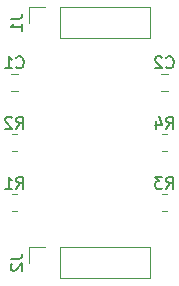
<source format=gbr>
%TF.GenerationSoftware,KiCad,Pcbnew,7.0.8-7.0.8~ubuntu23.04.1*%
%TF.CreationDate,2023-10-19T21:44:50+04:00*%
%TF.ProjectId,async_counter,6173796e-635f-4636-9f75-6e7465722e6b,rev?*%
%TF.SameCoordinates,Original*%
%TF.FileFunction,Legend,Bot*%
%TF.FilePolarity,Positive*%
%FSLAX46Y46*%
G04 Gerber Fmt 4.6, Leading zero omitted, Abs format (unit mm)*
G04 Created by KiCad (PCBNEW 7.0.8-7.0.8~ubuntu23.04.1) date 2023-10-19 21:44:50*
%MOMM*%
%LPD*%
G01*
G04 APERTURE LIST*
%ADD10C,0.150000*%
%ADD11C,0.120000*%
G04 APERTURE END LIST*
D10*
X178734819Y-101266666D02*
X179449104Y-101266666D01*
X179449104Y-101266666D02*
X179591961Y-101219047D01*
X179591961Y-101219047D02*
X179687200Y-101123809D01*
X179687200Y-101123809D02*
X179734819Y-100980952D01*
X179734819Y-100980952D02*
X179734819Y-100885714D01*
X178830057Y-101695238D02*
X178782438Y-101742857D01*
X178782438Y-101742857D02*
X178734819Y-101838095D01*
X178734819Y-101838095D02*
X178734819Y-102076190D01*
X178734819Y-102076190D02*
X178782438Y-102171428D01*
X178782438Y-102171428D02*
X178830057Y-102219047D01*
X178830057Y-102219047D02*
X178925295Y-102266666D01*
X178925295Y-102266666D02*
X179020533Y-102266666D01*
X179020533Y-102266666D02*
X179163390Y-102219047D01*
X179163390Y-102219047D02*
X179734819Y-101647619D01*
X179734819Y-101647619D02*
X179734819Y-102266666D01*
X191926666Y-90244819D02*
X192259999Y-89768628D01*
X192498094Y-90244819D02*
X192498094Y-89244819D01*
X192498094Y-89244819D02*
X192117142Y-89244819D01*
X192117142Y-89244819D02*
X192021904Y-89292438D01*
X192021904Y-89292438D02*
X191974285Y-89340057D01*
X191974285Y-89340057D02*
X191926666Y-89435295D01*
X191926666Y-89435295D02*
X191926666Y-89578152D01*
X191926666Y-89578152D02*
X191974285Y-89673390D01*
X191974285Y-89673390D02*
X192021904Y-89721009D01*
X192021904Y-89721009D02*
X192117142Y-89768628D01*
X192117142Y-89768628D02*
X192498094Y-89768628D01*
X191069523Y-89578152D02*
X191069523Y-90244819D01*
X191307618Y-89197200D02*
X191545713Y-89911485D01*
X191545713Y-89911485D02*
X190926666Y-89911485D01*
X191926666Y-85039580D02*
X191974285Y-85087200D01*
X191974285Y-85087200D02*
X192117142Y-85134819D01*
X192117142Y-85134819D02*
X192212380Y-85134819D01*
X192212380Y-85134819D02*
X192355237Y-85087200D01*
X192355237Y-85087200D02*
X192450475Y-84991961D01*
X192450475Y-84991961D02*
X192498094Y-84896723D01*
X192498094Y-84896723D02*
X192545713Y-84706247D01*
X192545713Y-84706247D02*
X192545713Y-84563390D01*
X192545713Y-84563390D02*
X192498094Y-84372914D01*
X192498094Y-84372914D02*
X192450475Y-84277676D01*
X192450475Y-84277676D02*
X192355237Y-84182438D01*
X192355237Y-84182438D02*
X192212380Y-84134819D01*
X192212380Y-84134819D02*
X192117142Y-84134819D01*
X192117142Y-84134819D02*
X191974285Y-84182438D01*
X191974285Y-84182438D02*
X191926666Y-84230057D01*
X191545713Y-84230057D02*
X191498094Y-84182438D01*
X191498094Y-84182438D02*
X191402856Y-84134819D01*
X191402856Y-84134819D02*
X191164761Y-84134819D01*
X191164761Y-84134819D02*
X191069523Y-84182438D01*
X191069523Y-84182438D02*
X191021904Y-84230057D01*
X191021904Y-84230057D02*
X190974285Y-84325295D01*
X190974285Y-84325295D02*
X190974285Y-84420533D01*
X190974285Y-84420533D02*
X191021904Y-84563390D01*
X191021904Y-84563390D02*
X191593332Y-85134819D01*
X191593332Y-85134819D02*
X190974285Y-85134819D01*
X191926666Y-95324819D02*
X192259999Y-94848628D01*
X192498094Y-95324819D02*
X192498094Y-94324819D01*
X192498094Y-94324819D02*
X192117142Y-94324819D01*
X192117142Y-94324819D02*
X192021904Y-94372438D01*
X192021904Y-94372438D02*
X191974285Y-94420057D01*
X191974285Y-94420057D02*
X191926666Y-94515295D01*
X191926666Y-94515295D02*
X191926666Y-94658152D01*
X191926666Y-94658152D02*
X191974285Y-94753390D01*
X191974285Y-94753390D02*
X192021904Y-94801009D01*
X192021904Y-94801009D02*
X192117142Y-94848628D01*
X192117142Y-94848628D02*
X192498094Y-94848628D01*
X191593332Y-94324819D02*
X190974285Y-94324819D01*
X190974285Y-94324819D02*
X191307618Y-94705771D01*
X191307618Y-94705771D02*
X191164761Y-94705771D01*
X191164761Y-94705771D02*
X191069523Y-94753390D01*
X191069523Y-94753390D02*
X191021904Y-94801009D01*
X191021904Y-94801009D02*
X190974285Y-94896247D01*
X190974285Y-94896247D02*
X190974285Y-95134342D01*
X190974285Y-95134342D02*
X191021904Y-95229580D01*
X191021904Y-95229580D02*
X191069523Y-95277200D01*
X191069523Y-95277200D02*
X191164761Y-95324819D01*
X191164761Y-95324819D02*
X191450475Y-95324819D01*
X191450475Y-95324819D02*
X191545713Y-95277200D01*
X191545713Y-95277200D02*
X191593332Y-95229580D01*
X179226666Y-95324819D02*
X179559999Y-94848628D01*
X179798094Y-95324819D02*
X179798094Y-94324819D01*
X179798094Y-94324819D02*
X179417142Y-94324819D01*
X179417142Y-94324819D02*
X179321904Y-94372438D01*
X179321904Y-94372438D02*
X179274285Y-94420057D01*
X179274285Y-94420057D02*
X179226666Y-94515295D01*
X179226666Y-94515295D02*
X179226666Y-94658152D01*
X179226666Y-94658152D02*
X179274285Y-94753390D01*
X179274285Y-94753390D02*
X179321904Y-94801009D01*
X179321904Y-94801009D02*
X179417142Y-94848628D01*
X179417142Y-94848628D02*
X179798094Y-94848628D01*
X178274285Y-95324819D02*
X178845713Y-95324819D01*
X178559999Y-95324819D02*
X178559999Y-94324819D01*
X178559999Y-94324819D02*
X178655237Y-94467676D01*
X178655237Y-94467676D02*
X178750475Y-94562914D01*
X178750475Y-94562914D02*
X178845713Y-94610533D01*
X179226666Y-90244819D02*
X179559999Y-89768628D01*
X179798094Y-90244819D02*
X179798094Y-89244819D01*
X179798094Y-89244819D02*
X179417142Y-89244819D01*
X179417142Y-89244819D02*
X179321904Y-89292438D01*
X179321904Y-89292438D02*
X179274285Y-89340057D01*
X179274285Y-89340057D02*
X179226666Y-89435295D01*
X179226666Y-89435295D02*
X179226666Y-89578152D01*
X179226666Y-89578152D02*
X179274285Y-89673390D01*
X179274285Y-89673390D02*
X179321904Y-89721009D01*
X179321904Y-89721009D02*
X179417142Y-89768628D01*
X179417142Y-89768628D02*
X179798094Y-89768628D01*
X178845713Y-89340057D02*
X178798094Y-89292438D01*
X178798094Y-89292438D02*
X178702856Y-89244819D01*
X178702856Y-89244819D02*
X178464761Y-89244819D01*
X178464761Y-89244819D02*
X178369523Y-89292438D01*
X178369523Y-89292438D02*
X178321904Y-89340057D01*
X178321904Y-89340057D02*
X178274285Y-89435295D01*
X178274285Y-89435295D02*
X178274285Y-89530533D01*
X178274285Y-89530533D02*
X178321904Y-89673390D01*
X178321904Y-89673390D02*
X178893332Y-90244819D01*
X178893332Y-90244819D02*
X178274285Y-90244819D01*
X178734819Y-80946666D02*
X179449104Y-80946666D01*
X179449104Y-80946666D02*
X179591961Y-80899047D01*
X179591961Y-80899047D02*
X179687200Y-80803809D01*
X179687200Y-80803809D02*
X179734819Y-80660952D01*
X179734819Y-80660952D02*
X179734819Y-80565714D01*
X179734819Y-81946666D02*
X179734819Y-81375238D01*
X179734819Y-81660952D02*
X178734819Y-81660952D01*
X178734819Y-81660952D02*
X178877676Y-81565714D01*
X178877676Y-81565714D02*
X178972914Y-81470476D01*
X178972914Y-81470476D02*
X179020533Y-81375238D01*
X179226666Y-85039580D02*
X179274285Y-85087200D01*
X179274285Y-85087200D02*
X179417142Y-85134819D01*
X179417142Y-85134819D02*
X179512380Y-85134819D01*
X179512380Y-85134819D02*
X179655237Y-85087200D01*
X179655237Y-85087200D02*
X179750475Y-84991961D01*
X179750475Y-84991961D02*
X179798094Y-84896723D01*
X179798094Y-84896723D02*
X179845713Y-84706247D01*
X179845713Y-84706247D02*
X179845713Y-84563390D01*
X179845713Y-84563390D02*
X179798094Y-84372914D01*
X179798094Y-84372914D02*
X179750475Y-84277676D01*
X179750475Y-84277676D02*
X179655237Y-84182438D01*
X179655237Y-84182438D02*
X179512380Y-84134819D01*
X179512380Y-84134819D02*
X179417142Y-84134819D01*
X179417142Y-84134819D02*
X179274285Y-84182438D01*
X179274285Y-84182438D02*
X179226666Y-84230057D01*
X178274285Y-85134819D02*
X178845713Y-85134819D01*
X178559999Y-85134819D02*
X178559999Y-84134819D01*
X178559999Y-84134819D02*
X178655237Y-84277676D01*
X178655237Y-84277676D02*
X178750475Y-84372914D01*
X178750475Y-84372914D02*
X178845713Y-84420533D01*
D11*
%TO.C,J2*%
X190560000Y-100270000D02*
X190560000Y-102930000D01*
X182880000Y-100270000D02*
X190560000Y-100270000D01*
X182880000Y-100270000D02*
X182880000Y-102930000D01*
X181610000Y-100270000D02*
X180280000Y-100270000D01*
X180280000Y-100270000D02*
X180280000Y-101600000D01*
X182880000Y-102930000D02*
X190560000Y-102930000D01*
%TO.C,R4*%
X191987064Y-92175000D02*
X191532936Y-92175000D01*
X191987064Y-90705000D02*
X191532936Y-90705000D01*
%TO.C,C2*%
X192021252Y-87095000D02*
X191498748Y-87095000D01*
X192021252Y-85625000D02*
X191498748Y-85625000D01*
%TO.C,R3*%
X191987064Y-97255000D02*
X191532936Y-97255000D01*
X191987064Y-95785000D02*
X191532936Y-95785000D01*
%TO.C,R1*%
X179287064Y-97255000D02*
X178832936Y-97255000D01*
X179287064Y-95785000D02*
X178832936Y-95785000D01*
%TO.C,R2*%
X179287064Y-92175000D02*
X178832936Y-92175000D01*
X179287064Y-90705000D02*
X178832936Y-90705000D01*
%TO.C,J1*%
X190560000Y-79950000D02*
X190560000Y-82610000D01*
X182880000Y-79950000D02*
X190560000Y-79950000D01*
X182880000Y-79950000D02*
X182880000Y-82610000D01*
X181610000Y-79950000D02*
X180280000Y-79950000D01*
X180280000Y-79950000D02*
X180280000Y-81280000D01*
X182880000Y-82610000D02*
X190560000Y-82610000D01*
%TO.C,C1*%
X179321252Y-87095000D02*
X178798748Y-87095000D01*
X179321252Y-85625000D02*
X178798748Y-85625000D01*
%TD*%
M02*

</source>
